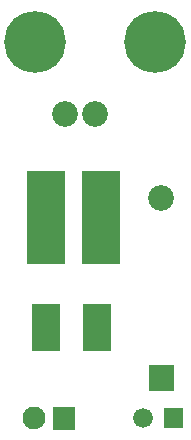
<source format=gbr>
G04 start of page 6 for group -4063 idx -4063 *
G04 Title: (unknown), componentmask *
G04 Creator: pcb 20110918 *
G04 CreationDate: Thu Mar  7 15:00:05 2013 UTC *
G04 For: fosse *
G04 Format: Gerber/RS-274X *
G04 PCB-Dimensions: 100000 200000 *
G04 PCB-Coordinate-Origin: lower left *
%MOIN*%
%FSLAX25Y25*%
%LNTOPMASK*%
%ADD50R,0.0940X0.0940*%
%ADD49R,0.1243X0.1243*%
%ADD48C,0.0760*%
%ADD47C,0.2060*%
%ADD46C,0.0860*%
%ADD45C,0.0660*%
%ADD44C,0.0001*%
G54D44*G36*
X67700Y52300D02*Y43700D01*
X76300D01*
Y52300D01*
X67700D01*
G37*
G36*
X35700Y38300D02*Y30700D01*
X43300D01*
Y38300D01*
X35700D01*
G37*
G54D45*X66000Y34500D03*
G54D46*X40000Y136000D03*
G54D47*X30000Y160000D03*
G54D46*X50000Y136000D03*
G54D47*X70000Y160000D03*
G54D46*X72000Y108000D03*
G54D48*X29500Y34500D03*
G54D44*G36*
X72700Y37800D02*Y31200D01*
X79300D01*
Y37800D01*
X72700D01*
G37*
G54D49*X33500Y110500D02*Y92193D01*
X51807Y110500D02*Y92193D01*
G54D50*X33500Y67900D02*Y61500D01*
X50500Y67900D02*Y61500D01*
M02*

</source>
